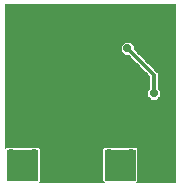
<source format=gbl>
G75*
%MOIN*%
%OFA0B0*%
%FSLAX25Y25*%
%IPPOS*%
%LPD*%
%AMOC8*
5,1,8,0,0,1.08239X$1,22.5*
%
%ADD10C,0.00300*%
%ADD11C,0.02778*%
%ADD12C,0.01200*%
D10*
X0004064Y0003800D02*
X0004064Y0013800D01*
X0014064Y0013800D01*
X0014064Y0003800D01*
X0004064Y0003800D01*
X0004064Y0003987D02*
X0014064Y0003987D01*
X0014064Y0004285D02*
X0004064Y0004285D01*
X0004064Y0004584D02*
X0014064Y0004584D01*
X0014064Y0004882D02*
X0004064Y0004882D01*
X0004064Y0005181D02*
X0014064Y0005181D01*
X0014064Y0005479D02*
X0004064Y0005479D01*
X0004064Y0005778D02*
X0014064Y0005778D01*
X0014064Y0006076D02*
X0004064Y0006076D01*
X0004064Y0006375D02*
X0014064Y0006375D01*
X0014064Y0006673D02*
X0004064Y0006673D01*
X0004064Y0006972D02*
X0014064Y0006972D01*
X0014064Y0007270D02*
X0004064Y0007270D01*
X0004064Y0007569D02*
X0014064Y0007569D01*
X0014064Y0007867D02*
X0004064Y0007867D01*
X0004064Y0008166D02*
X0014064Y0008166D01*
X0014064Y0008464D02*
X0004064Y0008464D01*
X0004064Y0008763D02*
X0014064Y0008763D01*
X0014064Y0009061D02*
X0004064Y0009061D01*
X0004064Y0009360D02*
X0014064Y0009360D01*
X0014064Y0009658D02*
X0004064Y0009658D01*
X0004064Y0009957D02*
X0014064Y0009957D01*
X0014064Y0010255D02*
X0004064Y0010255D01*
X0004064Y0010554D02*
X0014064Y0010554D01*
X0014064Y0010852D02*
X0004064Y0010852D01*
X0004064Y0011151D02*
X0014064Y0011151D01*
X0014064Y0011449D02*
X0004064Y0011449D01*
X0004064Y0011748D02*
X0014064Y0011748D01*
X0014064Y0012046D02*
X0004064Y0012046D01*
X0004064Y0012345D02*
X0014064Y0012345D01*
X0014064Y0012643D02*
X0004064Y0012643D01*
X0004064Y0012942D02*
X0014064Y0012942D01*
X0014064Y0013240D02*
X0004064Y0013240D01*
X0004064Y0013539D02*
X0014064Y0013539D01*
X0014964Y0013539D02*
X0035664Y0013539D01*
X0035664Y0013427D02*
X0035664Y0004173D01*
X0035664Y0003427D01*
X0036141Y0002950D01*
X0014487Y0002950D01*
X0014964Y0003427D01*
X0014964Y0014173D01*
X0014437Y0014700D01*
X0003691Y0014700D01*
X0003214Y0014223D01*
X0003214Y0062150D01*
X0059914Y0062150D01*
X0059914Y0002950D01*
X0046987Y0002950D01*
X0047464Y0003427D01*
X0047464Y0014173D01*
X0046937Y0014700D01*
X0036191Y0014700D01*
X0035664Y0014173D01*
X0035664Y0013427D01*
X0035664Y0013240D02*
X0014964Y0013240D01*
X0014964Y0012942D02*
X0035664Y0012942D01*
X0035664Y0012643D02*
X0014964Y0012643D01*
X0014964Y0012345D02*
X0035664Y0012345D01*
X0035664Y0012046D02*
X0014964Y0012046D01*
X0014964Y0011748D02*
X0035664Y0011748D01*
X0035664Y0011449D02*
X0014964Y0011449D01*
X0014964Y0011151D02*
X0035664Y0011151D01*
X0035664Y0010852D02*
X0014964Y0010852D01*
X0014964Y0010554D02*
X0035664Y0010554D01*
X0035664Y0010255D02*
X0014964Y0010255D01*
X0014964Y0009957D02*
X0035664Y0009957D01*
X0035664Y0009658D02*
X0014964Y0009658D01*
X0014964Y0009360D02*
X0035664Y0009360D01*
X0035664Y0009061D02*
X0014964Y0009061D01*
X0014964Y0008763D02*
X0035664Y0008763D01*
X0035664Y0008464D02*
X0014964Y0008464D01*
X0014964Y0008166D02*
X0035664Y0008166D01*
X0035664Y0007867D02*
X0014964Y0007867D01*
X0014964Y0007569D02*
X0035664Y0007569D01*
X0035664Y0007270D02*
X0014964Y0007270D01*
X0014964Y0006972D02*
X0035664Y0006972D01*
X0035664Y0006673D02*
X0014964Y0006673D01*
X0014964Y0006375D02*
X0035664Y0006375D01*
X0035664Y0006076D02*
X0014964Y0006076D01*
X0014964Y0005778D02*
X0035664Y0005778D01*
X0035664Y0005479D02*
X0014964Y0005479D01*
X0014964Y0005181D02*
X0035664Y0005181D01*
X0035664Y0004882D02*
X0014964Y0004882D01*
X0014964Y0004584D02*
X0035664Y0004584D01*
X0035664Y0004285D02*
X0014964Y0004285D01*
X0014964Y0003987D02*
X0035664Y0003987D01*
X0035664Y0003688D02*
X0014964Y0003688D01*
X0014926Y0003390D02*
X0035702Y0003390D01*
X0036000Y0003091D02*
X0014628Y0003091D01*
X0014964Y0013837D02*
X0035664Y0013837D01*
X0035664Y0014136D02*
X0014964Y0014136D01*
X0014702Y0014434D02*
X0035926Y0014434D01*
X0036564Y0013800D02*
X0046564Y0013800D01*
X0046564Y0003800D01*
X0036564Y0003800D01*
X0036564Y0013800D01*
X0036564Y0013539D02*
X0046564Y0013539D01*
X0046564Y0013240D02*
X0036564Y0013240D01*
X0036564Y0012942D02*
X0046564Y0012942D01*
X0046564Y0012643D02*
X0036564Y0012643D01*
X0036564Y0012345D02*
X0046564Y0012345D01*
X0046564Y0012046D02*
X0036564Y0012046D01*
X0036564Y0011748D02*
X0046564Y0011748D01*
X0046564Y0011449D02*
X0036564Y0011449D01*
X0036564Y0011151D02*
X0046564Y0011151D01*
X0046564Y0010852D02*
X0036564Y0010852D01*
X0036564Y0010554D02*
X0046564Y0010554D01*
X0046564Y0010255D02*
X0036564Y0010255D01*
X0036564Y0009957D02*
X0046564Y0009957D01*
X0046564Y0009658D02*
X0036564Y0009658D01*
X0036564Y0009360D02*
X0046564Y0009360D01*
X0046564Y0009061D02*
X0036564Y0009061D01*
X0036564Y0008763D02*
X0046564Y0008763D01*
X0046564Y0008464D02*
X0036564Y0008464D01*
X0036564Y0008166D02*
X0046564Y0008166D01*
X0046564Y0007867D02*
X0036564Y0007867D01*
X0036564Y0007569D02*
X0046564Y0007569D01*
X0046564Y0007270D02*
X0036564Y0007270D01*
X0036564Y0006972D02*
X0046564Y0006972D01*
X0046564Y0006673D02*
X0036564Y0006673D01*
X0036564Y0006375D02*
X0046564Y0006375D01*
X0046564Y0006076D02*
X0036564Y0006076D01*
X0036564Y0005778D02*
X0046564Y0005778D01*
X0046564Y0005479D02*
X0036564Y0005479D01*
X0036564Y0005181D02*
X0046564Y0005181D01*
X0046564Y0004882D02*
X0036564Y0004882D01*
X0036564Y0004584D02*
X0046564Y0004584D01*
X0046564Y0004285D02*
X0036564Y0004285D01*
X0036564Y0003987D02*
X0046564Y0003987D01*
X0047464Y0003987D02*
X0059914Y0003987D01*
X0059914Y0004285D02*
X0047464Y0004285D01*
X0047464Y0004584D02*
X0059914Y0004584D01*
X0059914Y0004882D02*
X0047464Y0004882D01*
X0047464Y0005181D02*
X0059914Y0005181D01*
X0059914Y0005479D02*
X0047464Y0005479D01*
X0047464Y0005778D02*
X0059914Y0005778D01*
X0059914Y0006076D02*
X0047464Y0006076D01*
X0047464Y0006375D02*
X0059914Y0006375D01*
X0059914Y0006673D02*
X0047464Y0006673D01*
X0047464Y0006972D02*
X0059914Y0006972D01*
X0059914Y0007270D02*
X0047464Y0007270D01*
X0047464Y0007569D02*
X0059914Y0007569D01*
X0059914Y0007867D02*
X0047464Y0007867D01*
X0047464Y0008166D02*
X0059914Y0008166D01*
X0059914Y0008464D02*
X0047464Y0008464D01*
X0047464Y0008763D02*
X0059914Y0008763D01*
X0059914Y0009061D02*
X0047464Y0009061D01*
X0047464Y0009360D02*
X0059914Y0009360D01*
X0059914Y0009658D02*
X0047464Y0009658D01*
X0047464Y0009957D02*
X0059914Y0009957D01*
X0059914Y0010255D02*
X0047464Y0010255D01*
X0047464Y0010554D02*
X0059914Y0010554D01*
X0059914Y0010852D02*
X0047464Y0010852D01*
X0047464Y0011151D02*
X0059914Y0011151D01*
X0059914Y0011449D02*
X0047464Y0011449D01*
X0047464Y0011748D02*
X0059914Y0011748D01*
X0059914Y0012046D02*
X0047464Y0012046D01*
X0047464Y0012345D02*
X0059914Y0012345D01*
X0059914Y0012643D02*
X0047464Y0012643D01*
X0047464Y0012942D02*
X0059914Y0012942D01*
X0059914Y0013240D02*
X0047464Y0013240D01*
X0047464Y0013539D02*
X0059914Y0013539D01*
X0059914Y0013837D02*
X0047464Y0013837D01*
X0047464Y0014136D02*
X0059914Y0014136D01*
X0059914Y0014434D02*
X0047202Y0014434D01*
X0047464Y0003688D02*
X0059914Y0003688D01*
X0059914Y0003390D02*
X0047426Y0003390D01*
X0047128Y0003091D02*
X0059914Y0003091D01*
X0059914Y0014733D02*
X0003214Y0014733D01*
X0003214Y0014434D02*
X0003426Y0014434D01*
X0003214Y0015032D02*
X0059914Y0015032D01*
X0059914Y0015330D02*
X0003214Y0015330D01*
X0003214Y0015629D02*
X0059914Y0015629D01*
X0059914Y0015927D02*
X0003214Y0015927D01*
X0003214Y0016226D02*
X0059914Y0016226D01*
X0059914Y0016524D02*
X0003214Y0016524D01*
X0003214Y0016823D02*
X0059914Y0016823D01*
X0059914Y0017121D02*
X0003214Y0017121D01*
X0003214Y0017420D02*
X0059914Y0017420D01*
X0059914Y0017718D02*
X0003214Y0017718D01*
X0003214Y0018017D02*
X0059914Y0018017D01*
X0059914Y0018315D02*
X0003214Y0018315D01*
X0003214Y0018614D02*
X0059914Y0018614D01*
X0059914Y0018912D02*
X0003214Y0018912D01*
X0003214Y0019211D02*
X0059914Y0019211D01*
X0059914Y0019509D02*
X0003214Y0019509D01*
X0003214Y0019808D02*
X0059914Y0019808D01*
X0059914Y0020106D02*
X0003214Y0020106D01*
X0003214Y0020405D02*
X0059914Y0020405D01*
X0059914Y0020703D02*
X0003214Y0020703D01*
X0003214Y0021002D02*
X0059914Y0021002D01*
X0059914Y0021300D02*
X0003214Y0021300D01*
X0003214Y0021599D02*
X0059914Y0021599D01*
X0059914Y0021897D02*
X0003214Y0021897D01*
X0003214Y0022196D02*
X0059914Y0022196D01*
X0059914Y0022494D02*
X0003214Y0022494D01*
X0003214Y0022793D02*
X0059914Y0022793D01*
X0059914Y0023091D02*
X0003214Y0023091D01*
X0003214Y0023390D02*
X0059914Y0023390D01*
X0059914Y0023688D02*
X0003214Y0023688D01*
X0003214Y0023987D02*
X0059914Y0023987D01*
X0059914Y0024285D02*
X0003214Y0024285D01*
X0003214Y0024584D02*
X0059914Y0024584D01*
X0059914Y0024882D02*
X0003214Y0024882D01*
X0003214Y0025181D02*
X0059914Y0025181D01*
X0059914Y0025479D02*
X0003214Y0025479D01*
X0003214Y0025778D02*
X0059914Y0025778D01*
X0059914Y0026076D02*
X0003214Y0026076D01*
X0003214Y0026375D02*
X0059914Y0026375D01*
X0059914Y0026673D02*
X0003214Y0026673D01*
X0003214Y0026972D02*
X0059914Y0026972D01*
X0059914Y0027270D02*
X0003214Y0027270D01*
X0003214Y0027569D02*
X0059914Y0027569D01*
X0059914Y0027868D02*
X0003214Y0027868D01*
X0003214Y0028166D02*
X0059914Y0028166D01*
X0059914Y0028465D02*
X0003214Y0028465D01*
X0003214Y0028763D02*
X0059914Y0028763D01*
X0059914Y0029062D02*
X0003214Y0029062D01*
X0003214Y0029360D02*
X0059914Y0029360D01*
X0059914Y0029659D02*
X0003214Y0029659D01*
X0003214Y0029957D02*
X0059914Y0029957D01*
X0059914Y0030256D02*
X0003214Y0030256D01*
X0003214Y0030554D02*
X0051785Y0030554D01*
X0051928Y0030411D02*
X0053700Y0030411D01*
X0054953Y0031664D01*
X0054953Y0033436D01*
X0054164Y0034225D01*
X0054164Y0039359D01*
X0046203Y0047320D01*
X0046203Y0048436D01*
X0044950Y0049689D01*
X0043178Y0049689D01*
X0041925Y0048436D01*
X0041925Y0046664D01*
X0043178Y0045411D01*
X0044294Y0045411D01*
X0051464Y0038241D01*
X0051464Y0034225D01*
X0050675Y0033436D01*
X0050675Y0031664D01*
X0051928Y0030411D01*
X0051486Y0030853D02*
X0003214Y0030853D01*
X0003214Y0031151D02*
X0051188Y0031151D01*
X0050889Y0031450D02*
X0003214Y0031450D01*
X0003214Y0031748D02*
X0050675Y0031748D01*
X0050675Y0032047D02*
X0003214Y0032047D01*
X0003214Y0032345D02*
X0050675Y0032345D01*
X0050675Y0032644D02*
X0003214Y0032644D01*
X0003214Y0032942D02*
X0050675Y0032942D01*
X0050675Y0033241D02*
X0003214Y0033241D01*
X0003214Y0033539D02*
X0050778Y0033539D01*
X0051077Y0033838D02*
X0003214Y0033838D01*
X0003214Y0034136D02*
X0051375Y0034136D01*
X0051464Y0034435D02*
X0003214Y0034435D01*
X0003214Y0034733D02*
X0051464Y0034733D01*
X0051464Y0035032D02*
X0003214Y0035032D01*
X0003214Y0035330D02*
X0051464Y0035330D01*
X0051464Y0035629D02*
X0003214Y0035629D01*
X0003214Y0035927D02*
X0051464Y0035927D01*
X0051464Y0036226D02*
X0003214Y0036226D01*
X0003214Y0036524D02*
X0051464Y0036524D01*
X0051464Y0036823D02*
X0003214Y0036823D01*
X0003214Y0037121D02*
X0051464Y0037121D01*
X0051464Y0037420D02*
X0003214Y0037420D01*
X0003214Y0037718D02*
X0051464Y0037718D01*
X0051464Y0038017D02*
X0003214Y0038017D01*
X0003214Y0038315D02*
X0051389Y0038315D01*
X0051091Y0038614D02*
X0003214Y0038614D01*
X0003214Y0038912D02*
X0050792Y0038912D01*
X0050494Y0039211D02*
X0003214Y0039211D01*
X0003214Y0039509D02*
X0050195Y0039509D01*
X0049897Y0039808D02*
X0003214Y0039808D01*
X0003214Y0040106D02*
X0049598Y0040106D01*
X0049300Y0040405D02*
X0003214Y0040405D01*
X0003214Y0040703D02*
X0049001Y0040703D01*
X0048703Y0041002D02*
X0003214Y0041002D01*
X0003214Y0041301D02*
X0048404Y0041301D01*
X0048106Y0041599D02*
X0003214Y0041599D01*
X0003214Y0041898D02*
X0047807Y0041898D01*
X0047509Y0042196D02*
X0003214Y0042196D01*
X0003214Y0042495D02*
X0047210Y0042495D01*
X0046912Y0042793D02*
X0003214Y0042793D01*
X0003214Y0043092D02*
X0046613Y0043092D01*
X0046315Y0043390D02*
X0003214Y0043390D01*
X0003214Y0043689D02*
X0046016Y0043689D01*
X0045718Y0043987D02*
X0003214Y0043987D01*
X0003214Y0044286D02*
X0045419Y0044286D01*
X0045121Y0044584D02*
X0003214Y0044584D01*
X0003214Y0044883D02*
X0044822Y0044883D01*
X0044524Y0045181D02*
X0003214Y0045181D01*
X0003214Y0045480D02*
X0043109Y0045480D01*
X0042811Y0045778D02*
X0003214Y0045778D01*
X0003214Y0046077D02*
X0042512Y0046077D01*
X0042214Y0046375D02*
X0003214Y0046375D01*
X0003214Y0046674D02*
X0041925Y0046674D01*
X0041925Y0046972D02*
X0003214Y0046972D01*
X0003214Y0047271D02*
X0041925Y0047271D01*
X0041925Y0047569D02*
X0003214Y0047569D01*
X0003214Y0047868D02*
X0041925Y0047868D01*
X0041925Y0048166D02*
X0003214Y0048166D01*
X0003214Y0048465D02*
X0041954Y0048465D01*
X0042252Y0048763D02*
X0003214Y0048763D01*
X0003214Y0049062D02*
X0042551Y0049062D01*
X0042849Y0049360D02*
X0003214Y0049360D01*
X0003214Y0049659D02*
X0043148Y0049659D01*
X0044980Y0049659D02*
X0059914Y0049659D01*
X0059914Y0049957D02*
X0003214Y0049957D01*
X0003214Y0050256D02*
X0059914Y0050256D01*
X0059914Y0050554D02*
X0003214Y0050554D01*
X0003214Y0050853D02*
X0059914Y0050853D01*
X0059914Y0051151D02*
X0003214Y0051151D01*
X0003214Y0051450D02*
X0059914Y0051450D01*
X0059914Y0051748D02*
X0003214Y0051748D01*
X0003214Y0052047D02*
X0059914Y0052047D01*
X0059914Y0052345D02*
X0003214Y0052345D01*
X0003214Y0052644D02*
X0059914Y0052644D01*
X0059914Y0052942D02*
X0003214Y0052942D01*
X0003214Y0053241D02*
X0059914Y0053241D01*
X0059914Y0053539D02*
X0003214Y0053539D01*
X0003214Y0053838D02*
X0059914Y0053838D01*
X0059914Y0054137D02*
X0003214Y0054137D01*
X0003214Y0054435D02*
X0059914Y0054435D01*
X0059914Y0054734D02*
X0003214Y0054734D01*
X0003214Y0055032D02*
X0059914Y0055032D01*
X0059914Y0055331D02*
X0003214Y0055331D01*
X0003214Y0055629D02*
X0059914Y0055629D01*
X0059914Y0055928D02*
X0003214Y0055928D01*
X0003214Y0056226D02*
X0059914Y0056226D01*
X0059914Y0056525D02*
X0003214Y0056525D01*
X0003214Y0056823D02*
X0059914Y0056823D01*
X0059914Y0057122D02*
X0003214Y0057122D01*
X0003214Y0057420D02*
X0059914Y0057420D01*
X0059914Y0057719D02*
X0003214Y0057719D01*
X0003214Y0058017D02*
X0059914Y0058017D01*
X0059914Y0058316D02*
X0003214Y0058316D01*
X0003214Y0058614D02*
X0059914Y0058614D01*
X0059914Y0058913D02*
X0003214Y0058913D01*
X0003214Y0059211D02*
X0059914Y0059211D01*
X0059914Y0059510D02*
X0003214Y0059510D01*
X0003214Y0059808D02*
X0059914Y0059808D01*
X0059914Y0060107D02*
X0003214Y0060107D01*
X0003214Y0060405D02*
X0059914Y0060405D01*
X0059914Y0060704D02*
X0003214Y0060704D01*
X0003214Y0061002D02*
X0059914Y0061002D01*
X0059914Y0061301D02*
X0003214Y0061301D01*
X0003214Y0061599D02*
X0059914Y0061599D01*
X0059914Y0061898D02*
X0003214Y0061898D01*
X0045279Y0049360D02*
X0059914Y0049360D01*
X0059914Y0049062D02*
X0045577Y0049062D01*
X0045876Y0048763D02*
X0059914Y0048763D01*
X0059914Y0048465D02*
X0046174Y0048465D01*
X0046203Y0048166D02*
X0059914Y0048166D01*
X0059914Y0047868D02*
X0046203Y0047868D01*
X0046203Y0047569D02*
X0059914Y0047569D01*
X0059914Y0047271D02*
X0046252Y0047271D01*
X0046551Y0046972D02*
X0059914Y0046972D01*
X0059914Y0046674D02*
X0046849Y0046674D01*
X0047148Y0046375D02*
X0059914Y0046375D01*
X0059914Y0046077D02*
X0047446Y0046077D01*
X0047745Y0045778D02*
X0059914Y0045778D01*
X0059914Y0045480D02*
X0048043Y0045480D01*
X0048342Y0045181D02*
X0059914Y0045181D01*
X0059914Y0044883D02*
X0048641Y0044883D01*
X0048939Y0044584D02*
X0059914Y0044584D01*
X0059914Y0044286D02*
X0049238Y0044286D01*
X0049536Y0043987D02*
X0059914Y0043987D01*
X0059914Y0043689D02*
X0049835Y0043689D01*
X0050133Y0043390D02*
X0059914Y0043390D01*
X0059914Y0043092D02*
X0050432Y0043092D01*
X0050730Y0042793D02*
X0059914Y0042793D01*
X0059914Y0042495D02*
X0051029Y0042495D01*
X0051327Y0042196D02*
X0059914Y0042196D01*
X0059914Y0041898D02*
X0051626Y0041898D01*
X0051924Y0041599D02*
X0059914Y0041599D01*
X0059914Y0041301D02*
X0052223Y0041301D01*
X0052521Y0041002D02*
X0059914Y0041002D01*
X0059914Y0040703D02*
X0052820Y0040703D01*
X0053118Y0040405D02*
X0059914Y0040405D01*
X0059914Y0040106D02*
X0053417Y0040106D01*
X0053715Y0039808D02*
X0059914Y0039808D01*
X0059914Y0039509D02*
X0054014Y0039509D01*
X0054164Y0039211D02*
X0059914Y0039211D01*
X0059914Y0038912D02*
X0054164Y0038912D01*
X0054164Y0038614D02*
X0059914Y0038614D01*
X0059914Y0038315D02*
X0054164Y0038315D01*
X0054164Y0038017D02*
X0059914Y0038017D01*
X0059914Y0037718D02*
X0054164Y0037718D01*
X0054164Y0037420D02*
X0059914Y0037420D01*
X0059914Y0037121D02*
X0054164Y0037121D01*
X0054164Y0036823D02*
X0059914Y0036823D01*
X0059914Y0036524D02*
X0054164Y0036524D01*
X0054164Y0036226D02*
X0059914Y0036226D01*
X0059914Y0035927D02*
X0054164Y0035927D01*
X0054164Y0035629D02*
X0059914Y0035629D01*
X0059914Y0035330D02*
X0054164Y0035330D01*
X0054164Y0035032D02*
X0059914Y0035032D01*
X0059914Y0034733D02*
X0054164Y0034733D01*
X0054164Y0034435D02*
X0059914Y0034435D01*
X0059914Y0034136D02*
X0054253Y0034136D01*
X0054551Y0033838D02*
X0059914Y0033838D01*
X0059914Y0033539D02*
X0054850Y0033539D01*
X0054953Y0033241D02*
X0059914Y0033241D01*
X0059914Y0032942D02*
X0054953Y0032942D01*
X0054953Y0032644D02*
X0059914Y0032644D01*
X0059914Y0032345D02*
X0054953Y0032345D01*
X0054953Y0032047D02*
X0059914Y0032047D01*
X0059914Y0031748D02*
X0054953Y0031748D01*
X0054739Y0031450D02*
X0059914Y0031450D01*
X0059914Y0031151D02*
X0054440Y0031151D01*
X0054142Y0030853D02*
X0059914Y0030853D01*
X0059914Y0030554D02*
X0053843Y0030554D01*
D11*
X0052814Y0032550D03*
X0041564Y0038800D03*
X0041564Y0043800D03*
X0044064Y0047550D03*
X0049064Y0047550D03*
X0056564Y0053800D03*
X0056564Y0060050D03*
X0050314Y0060050D03*
X0014064Y0056300D03*
X0014064Y0051300D03*
X0014064Y0045050D03*
X0014064Y0040050D03*
X0012814Y0012550D03*
X0009064Y0008800D03*
X0012814Y0005050D03*
X0005314Y0005050D03*
X0005314Y0012550D03*
X0037814Y0012550D03*
X0041564Y0008800D03*
X0045314Y0005050D03*
X0050314Y0005050D03*
X0054064Y0008800D03*
X0057814Y0005050D03*
X0057814Y0012550D03*
X0050314Y0012550D03*
X0045314Y0012550D03*
X0037814Y0005050D03*
D12*
X0052814Y0032550D02*
X0052814Y0038800D01*
X0044064Y0047550D01*
M02*

</source>
